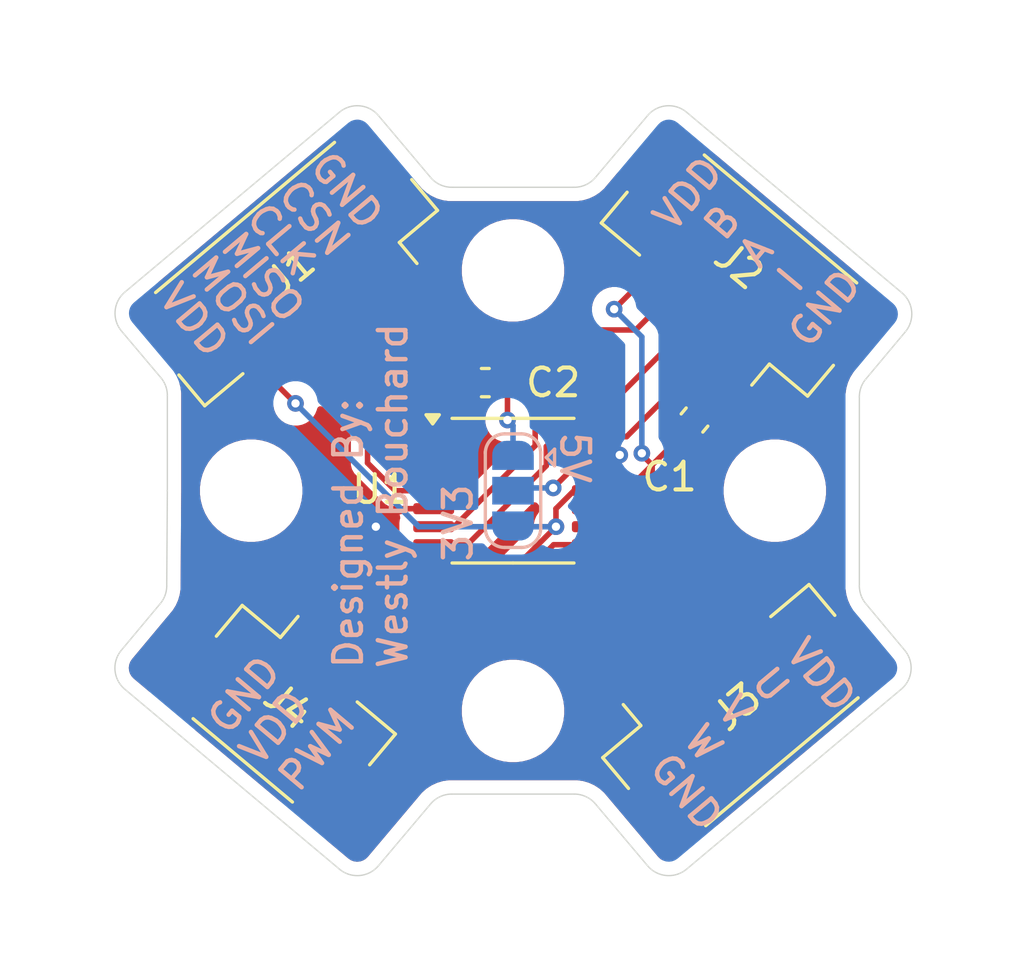
<source format=kicad_pcb>
(kicad_pcb (version 20241229) (generator "pcbnew") (generator_version "9.0")
  (layers (0 "F.Cu" signal) (2 "B.Cu" signal) (13 "F.Paste" user) (15 "B.Paste" user) (5 "F.SilkS" user "F.Silkscreen") (7 "B.SilkS" user "B.Silkscreen") (1 "F.Mask" user) (3 "B.Mask" user) (25 "Edge.Cuts" user))
  (net 0 "")
  (net 1 "GND")
  (net 2 "VDD")
  (net 3 "Net-(JP1-A)")
  (net 5 "Net-(J1-Pin_3)")
  (net 6 "Net-(J1-Pin_5)")
  (net 7 "Net-(J1-Pin_4)")
  (net 8 "Net-(J1-Pin_2)")
  (net 9 "Net-(J2-Pin_4)")
  (net 11 "Net-(J2-Pin_2)")
  (net 12 "Net-(J2-Pin_3)")
  (net 13 "Net-(J3-Pin_4)")
  (net 14 "Net-(J3-Pin_2)")
  (net 16 "Net-(J3-Pin_3)")
  (net 18 "Net-(JP1-C)")
  (footprint "Connector_JST:JST_GH_SM06B-GHS-TB_1x06-1MP_P1.25mm_Horizontal" (layer "F.Cu") (at 141.975 92.1 -140)
    (property "Reference" "J1" (at 0 0 220) (layer "F.SilkS"))
    (property "Value" "Conn_01x06_MountingPin")
    (fp_line (start 5.485 -0.26) (end 5.485 -1.71) (stroke (width 0.12)) (layer "F.SilkS"))
    (fp_line (start 5.485 -1.71) (end 3.685 -1.71) (stroke (width 0.12)) (layer "F.SilkS"))
    (fp_line (start -4.215 2.56) (end 4.215 2.56) (stroke (width 0.12)) (layer "F.SilkS"))
    (fp_line (start -3.685 -1.710001) (end -3.685 -2.7) (stroke (width 0.12)) (layer "F.SilkS"))
    (fp_line (start -5.485 -0.260001) (end -5.485 -1.71) (stroke (width 0.12)) (layer "F.SilkS"))
    (fp_line (start -5.485 -1.71) (end -3.685 -1.710001) (stroke (width 0.12)) (layer "F.SilkS"))
    (pad "1" smd roundrect (at -3.125 -1.85 220) (size 0.6 1.7) (layers "F.Cu" "F.Mask" "F.Paste") (net 1 "GND"))
    (pad "2" smd roundrect (at -1.875 -1.849999 220) (size 0.6 1.7) (layers "F.Cu" "F.Mask" "F.Paste") (net 8 "Net-(J1-Pin_2)"))
    (pad "3" smd roundrect (at -0.625 -1.85 220) (size 0.6 1.7) (layers "F.Cu" "F.Mask" "F.Paste") (net 5 "Net-(J1-Pin_3)"))
    (pad "4" smd roundrect (at 0.625 -1.849999 220) (size 0.6 1.7) (layers "F.Cu" "F.Mask" "F.Paste") (net 7 "Net-(J1-Pin_4)"))
    (pad "5" smd roundrect (at 1.875 -1.85 220) (size 0.6 1.7) (layers "F.Cu" "F.Mask" "F.Paste") (net 6 "Net-(J1-Pin_5)"))
    (pad "6" smd roundrect (at 3.125 -1.85 220) (size 0.6 1.7) (layers "F.Cu" "F.Mask" "F.Paste") (net 2 "VDD"))
    (pad "MP" smd roundrect (at -4.975 1.35 220) (size 1 2.7) (layers "F.Cu" "F.Mask" "F.Paste"))
    (pad "MP" smd roundrect (at 4.974999 1.35 220) (size 1 2.7) (layers "F.Cu" "F.Mask" "F.Paste"))
  )
  (footprint "Package_SO:TSSOP-14_4.4x5mm_P0.65mm" (layer "F.Cu") (at 150 100)
    (property "Reference" "U1" (at -4.8 -0.05 0) (layer "F.SilkS"))
    (property "Value" "AS5047P")
    (fp_line (start 0 -2.61) (end -2.2 -2.61) (stroke (width 0.12)) (layer "F.SilkS"))
    (fp_line (start 0 -2.61) (end 2.2 -2.61) (stroke (width 0.12)) (layer "F.SilkS"))
    (fp_line (start 0 2.61) (end -2.2 2.61) (stroke (width 0.12)) (layer "F.SilkS"))
    (fp_line (start 0 2.61) (end 2.2 2.61) (stroke (width 0.12)) (layer "F.SilkS"))
    (fp_poly (pts (xy -2.9 -2.41) (xy -3.14 -2.74) (xy -2.66 -2.74)) (stroke (width 0.12)) (fill yes) (layer "F.SilkS"))
    (pad "1" smd roundrect (at -2.8625 -1.95) (size 1.475 0.4) (layers "F.Cu" "F.Mask" "F.Paste") (net 8 "Net-(J1-Pin_2)"))
    (pad "2" smd roundrect (at -2.8625 -1.3) (size 1.475 0.4) (layers "F.Cu" "F.Mask" "F.Paste") (net 5 "Net-(J1-Pin_3)"))
    (pad "3" smd roundrect (at -2.8625 -0.65) (size 1.475 0.4) (layers "F.Cu" "F.Mask" "F.Paste") (net 7 "Net-(J1-Pin_4)"))
    (pad "4" smd roundrect (at -2.8625 0) (size 1.475 0.4) (layers "F.Cu" "F.Mask" "F.Paste") (net 6 "Net-(J1-Pin_5)"))
    (pad "5" smd roundrect (at -2.8625 0.65) (size 1.475 0.4) (layers "F.Cu" "F.Mask" "F.Paste") (net 1 "GND"))
    (pad "6" smd roundrect (at -2.8625 1.3) (size 1.475 0.4) (layers "F.Cu" "F.Mask" "F.Paste") (net 9 "Net-(J2-Pin_4)"))
    (pad "7" smd roundrect (at -2.8625 1.95) (size 1.475 0.4) (layers "F.Cu" "F.Mask" "F.Paste") (net 12 "Net-(J2-Pin_3)"))
    (pad "8" smd roundrect (at 2.8625 1.95) (size 1.475 0.4) (layers "F.Cu" "F.Mask" "F.Paste") (net 14 "Net-(J3-Pin_2)"))
    (pad "9" smd roundrect (at 2.8625 1.3) (size 1.475 0.4) (layers "F.Cu" "F.Mask" "F.Paste") (net 16 "Net-(J3-Pin_3)"))
    (pad "10" smd roundrect (at 2.8625 0.65) (size 1.475 0.4) (layers "F.Cu" "F.Mask" "F.Paste") (net 13 "Net-(J3-Pin_4)"))
    (pad "11" smd roundrect (at 2.8625 0) (size 1.475 0.4) (layers "F.Cu" "F.Mask" "F.Paste") (net 2 "VDD"))
    (pad "12" smd roundrect (at 2.8625 -0.65) (size 1.475 0.4) (layers "F.Cu" "F.Mask" "F.Paste") (net 18 "Net-(JP1-C)"))
    (pad "13" smd roundrect (at 2.8625 -1.3) (size 1.475 0.4) (layers "F.Cu" "F.Mask" "F.Paste") (net 1 "GND"))
    (pad "14" smd roundrect (at 2.8625 -1.95) (size 1.475 0.4) (layers "F.Cu" "F.Mask" "F.Paste") (net 11 "Net-(J2-Pin_2)"))
  )
  (footprint "Connector_JST:JST_GH_SM03B-GHS-TB_1x03-1MP_P1.25mm_Horizontal" (layer "F.Cu") (at 141.891836 107.771537 -40)
    (property "Reference" "J4" (at 0 0 320) (layer "F.SilkS"))
    (property "Value" "Conn_01x03_MountingPin")
    (fp_line (start -2.34 2.56) (end 2.34 2.56) (stroke (width 0.12)) (layer "F.SilkS"))
    (fp_line (start -3.61 -0.26) (end -3.61 -1.71) (stroke (width 0.12)) (layer "F.SilkS"))
    (fp_line (start -3.61 -1.71) (end -1.810001 -1.71) (stroke (width 0.12)) (layer "F.SilkS"))
    (fp_line (start -1.810001 -1.71) (end -1.81 -2.7) (stroke (width 0.12)) (layer "F.SilkS"))
    (fp_line (start 3.61 -0.26) (end 3.61 -1.71) (stroke (width 0.12)) (layer "F.SilkS"))
    (fp_line (start 3.61 -1.71) (end 1.81 -1.71) (stroke (width 0.12)) (layer "F.SilkS"))
    (pad "1" smd roundrect (at -1.25 -1.850001 320) (size 0.6 1.7) (layers "F.Cu" "F.Mask" "F.Paste") (net 1 "GND"))
    (pad "2" smd roundrect (at 0 -1.85 320) (size 0.6 1.7) (layers "F.Cu" "F.Mask" "F.Paste") (net 2 "VDD"))
    (pad "3" smd roundrect (at 1.25 -1.85 320) (size 0.6 1.7) (layers "F.Cu" "F.Mask" "F.Paste") (net 14 "Net-(J3-Pin_2)"))
    (pad "MP" smd roundrect (at -3.1 1.35 320) (size 1 2.7) (layers "F.Cu" "F.Mask" "F.Paste"))
    (pad "MP" smd roundrect (at 3.100001 1.35 320) (size 1 2.7) (layers "F.Cu" "F.Mask" "F.Paste"))
  )
  (footprint "Connector_JST:JST_GH_SM05B-GHS-TB_1x05-1MP_P1.25mm_Horizontal" (layer "F.Cu") (at 158.008165 92.153464 140)
    (property "Reference" "J2" (at 0.06186 0.30708 140) (layer "F.SilkS"))
    (property "Value" "Conn_01x05_MountingPin")
    (fp_line (start 4.86 -1.709999) (end 3.06 -1.71) (stroke (width 0.12)) (layer "F.SilkS"))
    (fp_line (start 4.86 -0.26) (end 4.86 -1.709999) (stroke (width 0.12)) (layer "F.SilkS"))
    (fp_line (start -3.06 -1.71) (end -3.06 -2.700001) (stroke (width 0.12)) (layer "F.SilkS"))
    (fp_line (start -4.86 -1.71) (end -3.06 -1.71) (stroke (width 0.12)) (layer "F.SilkS"))
    (fp_line (start -4.86 -0.26) (end -4.86 -1.71) (stroke (width 0.12)) (layer "F.SilkS"))
    (fp_line (start -3.59 2.560001) (end 3.59 2.56) (stroke (width 0.12)) (layer "F.SilkS"))
    (pad "1" smd roundrect (at -2.5 -1.850001 140) (size 0.6 1.7) (layers "F.Cu" "F.Mask" "F.Paste") (net 1 "GND"))
    (pad "2" smd roundrect (at -1.250001 -1.85 140) (size 0.6 1.7) (layers "F.Cu" "F.Mask" "F.Paste") (net 11 "Net-(J2-Pin_2)"))
    (pad "3" smd roundrect (at 0 -1.85 140) (size 0.6 1.7) (layers "F.Cu" "F.Mask" "F.Paste") (net 12 "Net-(J2-Pin_3)"))
    (pad "4" smd roundrect (at 1.25 -1.85 140) (size 0.6 1.7) (layers "F.Cu" "F.Mask" "F.Paste") (net 9 "Net-(J2-Pin_4)"))
    (pad "5" smd roundrect (at 2.499999 -1.85 140) (size 0.6 1.7) (layers "F.Cu" "F.Mask" "F.Paste") (net 2 "VDD"))
    (pad "MP" smd roundrect (at -4.35 1.35 140) (size 1 2.7) (layers "F.Cu" "F.Mask" "F.Paste"))
    (pad "MP" smd roundrect (at 4.35 1.35 140) (size 1 2.7) (layers "F.Cu" "F.Mask" "F.Paste"))
  )
  (footprint "MountingHole:MountingHole_3.2mm_M3" (layer "F.Cu") (at 140.55 100)
    (property "Reference" "H4" (hide yes))
    (property "Value" "MountingHole")
    (pad "" np_thru_hole circle (at 0 0) (size 3.2 3.2) (drill 3.2) (layers "*.Cu" "*.Mask"))
  )
  (footprint "MountingHole:MountingHole_3.2mm_M3" (layer "F.Cu") (at 150 92.05)
    (property "Reference" "H2" (hide yes))
    (property "Value" "MountingHole")
    (pad "" np_thru_hole circle (at 0 0) (size 3.2 3.2) (drill 3.2) (layers "*.Cu" "*.Mask"))
  )
  (footprint "Connector_JST:JST_GH_SM05B-GHS-TB_1x05-1MP_P1.25mm_Horizontal" (layer "F.Cu") (at 158.058165 107.821536 40)
    (property "Reference" "J3" (at 0.026739 -0.005676 40) (layer "F.SilkS"))
    (property "Value" "Conn_01x05_MountingPin")
    (fp_line (start -4.86 -1.71) (end -3.06 -1.71) (stroke (width 0.12)) (layer "F.SilkS"))
    (fp_line (start -4.86 -0.26) (end -4.86 -1.71) (stroke (width 0.12)) (layer "F.SilkS"))
    (fp_line (start -3.06 -1.71) (end -3.06 -2.7) (stroke (width 0.12)) (layer "F.SilkS"))
    (fp_line (start -3.59 2.56) (end 3.59 2.56) (stroke (width 0.12)) (layer "F.SilkS"))
    (fp_line (start 4.86 -1.71) (end 3.06 -1.71) (stroke (width 0.12)) (layer "F.SilkS"))
    (fp_line (start 4.86 -0.26) (end 4.86 -1.71) (stroke (width 0.12)) (layer "F.SilkS"))
    (pad "1" smd roundrect (at -2.5 -1.85 40) (size 0.6 1.7) (layers "F.Cu" "F.Mask" "F.Paste") (net 1 "GND"))
    (pad "2" smd roundrect (at -1.25 -1.85 40) (size 0.6 1.7) (layers "F.Cu" "F.Mask" "F.Paste") (net 14 "Net-(J3-Pin_2)"))
    (pad "3" smd roundrect (at 0 -1.85 40) (size 0.6 1.7) (layers "F.Cu" "F.Mask" "F.Paste") (net 16 "Net-(J3-Pin_3)"))
    (pad "4" smd roundrect (at 1.25 -1.850001 40) (size 0.6 1.7) (layers "F.Cu" "F.Mask" "F.Paste") (net 13 "Net-(J3-Pin_4)"))
    (pad "5" smd roundrect (at 2.5 -1.85 40) (size 0.6 1.7) (layers "F.Cu" "F.Mask" "F.Paste") (net 2 "VDD"))
    (pad "MP" smd roundrect (at -4.35 1.35 40) (size 1 2.7) (layers "F.Cu" "F.Mask" "F.Paste"))
    (pad "MP" smd roundrect (at 4.35 1.35 40) (size 1 2.7) (layers "F.Cu" "F.Mask" "F.Paste"))
  )
  (footprint "Capacitor_SMD:C_0603_1608Metric" (layer "F.Cu") (at 156.55 97.45 50)
    (property "Reference" "C1" (at -2.1489 0.628275 0) (layer "F.SilkS"))
    (property "Value" "100nF")
    (fp_line (start -0.14058 -0.51) (end 0.14058 -0.509999) (stroke (width 0.12)) (layer "F.SilkS"))
    (fp_line (start -0.14058 0.509999) (end 0.14058 0.51) (stroke (width 0.12)) (layer "F.SilkS"))
    (pad "1" smd roundrect (at -0.774999 0 50) (size 0.9 0.95) (layers "F.Cu" "F.Mask" "F.Paste") (net 2 "VDD"))
    (pad "2" smd roundrect (at 0.774999 0 50) (size 0.9 0.95) (layers "F.Cu" "F.Mask" "F.Paste") (net 1 "GND"))
  )
  (footprint "Capacitor_SMD:C_0603_1608Metric" (layer "F.Cu") (at 149 96.1 180)
    (property "Reference" "C2" (at -2.45 0 180) (layer "F.SilkS"))
    (property "Value" "1uF")
    (fp_line (start -0.14058 0.51) (end 0.14058 0.51) (stroke (width 0.12)) (layer "F.SilkS"))
    (fp_line (start -0.14058 -0.51) (end 0.14058 -0.51) (stroke (width 0.12)) (layer "F.SilkS"))
    (pad "1" smd roundrect (at -0.775 0 180) (size 0.9 0.95) (layers "F.Cu" "F.Mask" "F.Paste") (net 3 "Net-(JP1-A)"))
    (pad "2" smd roundrect (at 0.775 0 180) (size 0.9 0.95) (layers "F.Cu" "F.Mask" "F.Paste") (net 1 "GND"))
  )
  (footprint "MountingHole:MountingHole_3.2mm_M3" (layer "F.Cu") (at 150 107.95)
    (property "Reference" "H1" (hide yes))
    (property "Value" "MountingHole")
    (pad "" np_thru_hole circle (at 0 0) (size 3.2 3.2) (drill 3.2) (layers "*.Cu" "*.Mask"))
  )
  (footprint "MountingHole:MountingHole_3.2mm_M3" (layer "F.Cu") (at 159.45 100)
    (property "Reference" "H3" (hide yes))
    (property "Value" "MountingHole")
    (pad "" np_thru_hole circle (at 0 0) (size 3.2 3.2) (drill 3.2) (layers "*.Cu" "*.Mask"))
  )
  (footprint "Jumper:SolderJumper-3_P1.3mm_Open_RoundedPad1.0x1.5mm" (layer "B.Cu") (at 150 100 -90)
    (property "Reference" "JP1" (hide yes))
    (property "Value" "SolderJumper_3_Bridged12")
    (fp_line (start -1.4 1) (end 1.4 1) (stroke (width 0.12)) (layer "B.SilkS"))
    (fp_line (start 2.05 0.3) (end 2.05 -0.3) (stroke (width 0.12)) (layer "B.SilkS"))
    (fp_line (start -2.05 -0.3) (end -2.05 0.3) (stroke (width 0.12)) (layer "B.SilkS"))
    (fp_line (start 1.4 -1) (end -1.4 -1) (stroke (width 0.12)) (layer "B.SilkS"))
    (fp_line (start -1.2 -1.2) (end -1.5 -1.5) (stroke (width 0.12)) (layer "B.SilkS"))
    (fp_line (start -1.2 -1.2) (end -0.9 -1.5) (stroke (width 0.12)) (layer "B.SilkS"))
    (fp_line (start -1.5 -1.5) (end -0.9 -1.5) (stroke (width 0.12)) (layer "B.SilkS"))
    (fp_arc (start -1.35 1) (mid -1.844975 0.794975) (end -2.05 0.3) (stroke (width 0.12)) (layer "B.SilkS"))
    (fp_arc (start 2.05 0.3) (mid 1.844975 0.794975) (end 1.35 1) (stroke (width 0.12)) (layer "B.SilkS"))
    (fp_arc (start -2.05 -0.3) (mid -1.844975 -0.794975) (end -1.35 -1) (stroke (width 0.12)) (layer "B.SilkS"))
    (fp_arc (start 1.35 -1) (mid 1.844975 -0.794975) (end 2.05 -0.3) (stroke (width 0.12)) (layer "B.SilkS"))
    (pad "1" smd custom (at -1.3 0 270) (size 1 0.5) (layers "B.Cu" "B.Mask") (net 3 "Net-(JP1-A)") (options (clearance outline) (anchor rect)) (primitives (gr_circle (center 0 -0.25) (end 0.5 -0.25) (width 0) (fill yes)) (gr_circle (center 0 0.25) (end 0.5 0.25) (width 0) (fill yes)) (gr_poly (pts (xy 0.55 -0.75) (xy 0 -0.75) (xy 0 0.75) (xy 0.55 0.75)) (width 0) (fill yes))))
    (pad "2" smd rect (at 0 0 270) (size 1 1.5) (layers "B.Cu" "B.Mask") (net 18 "Net-(JP1-C)"))
    (pad "3" smd custom (at 1.3 0 270) (size 1 0.5) (layers "B.Cu" "B.Mask") (net 2 "VDD") (options (clearance outline) (anchor rect)) (primitives (gr_circle (center 0 -0.25) (end 0.5 -0.25) (width 0) (fill yes)) (gr_circle (center 0 0.25) (end 0.5 0.25) (width 0) (fill yes)) (gr_poly (pts (xy 0 -0.75) (xy -0.55 -0.75) (xy -0.55 0.75) (xy 0 0.75)) (width 0) (fill yes))))
  )
  (gr_line (start 137.502361 103.441165) (end 137.524978 100.00329) (stroke (width 0.05)) (layer "Edge.Cuts"))
  (gr_arc (start 147.789817 89.05) (mid 147.368305 88.956831) (end 147.02535 88.694663) (stroke (width 0.05)) (layer "Edge.Cuts"))
  (gr_line (start 164.010181 107.166128) (end 156.26411 113.659466) (stroke (width 0.05)) (layer "Edge.Cuts"))
  (gr_line (start 137.289184 95.920609) (end 135.872179 94.241766) (stroke (width 0.05)) (layer "Edge.Cuts"))
  (gr_arc (start 156.26411 113.659466) (mid 155.535519 113.889383) (end 154.857226 113.537772) (stroke (width 0.05)) (layer "Edge.Cuts"))
  (gr_arc (start 152.97465 88.694663) (mid 152.63169 88.956825) (end 152.210183 89.05) (stroke (width 0.05)) (layer "Edge.Cuts"))
  (gr_line (start 147.789817 89.05) (end 152.210183 89.05) (stroke (width 0.05)) (layer "Edge.Cuts"))
  (gr_arc (start 143.73589 86.340534) (mid 144.464484 86.11061) (end 145.142774 86.462228) (stroke (width 0.05)) (layer "Edge.Cuts"))
  (gr_line (start 152.97465 88.694663) (end 154.857062 86.462422) (stroke (width 0.05)) (layer "Edge.Cuts"))
  (gr_line (start 152.210183 110.95) (end 147.789817 110.95) (stroke (width 0.05)) (layer "Edge.Cuts"))
  (gr_line (start 145.142774 86.462228) (end 147.02535 88.694663) (stroke (width 0.05)) (layer "Edge.Cuts"))
  (gr_arc (start 164.135409 105.758896) (mid 164.363829 106.488411) (end 164.010181 107.166128) (stroke (width 0.05)) (layer "Edge.Cuts"))
  (gr_arc (start 135.872179 94.241766) (mid 135.640096 93.510822) (end 135.993945 92.830412) (stroke (width 0.05)) (layer "Edge.Cuts"))
  (gr_arc (start 152.210183 110.95) (mid 152.631695 111.043169) (end 152.97465 111.305337) (stroke (width 0.05)) (layer "Edge.Cuts"))
  (gr_line (start 137.525 99.996711) (end 137.525 96.565608) (stroke (width 0.05)) (layer "Edge.Cuts"))
  (gr_line (start 154.857226 113.537772) (end 152.97465 111.305337) (stroke (width 0.05)) (layer "Edge.Cuts"))
  (gr_line (start 143.73589 113.659466) (end 135.989819 107.166128) (stroke (width 0.05)) (layer "Edge.Cuts"))
  (gr_arc (start 137.525 99.996711) (mid 137.524994 100.000001) (end 137.524978 100.00329) (stroke (width 0.05)) (layer "Edge.Cuts"))
  (gr_arc (start 135.989819 107.166128) (mid 135.636178 106.488417) (end 135.864591 105.758896) (stroke (width 0.05)) (layer "Edge.Cuts"))
  (gr_line (start 164.159329 94.26602) (end 162.732923 95.971505) (stroke (width 0.05)) (layer "Edge.Cuts"))
  (gr_arc (start 137.502361 103.441165) (mid 137.441374 103.778526) (end 137.270026 104.075463) (stroke (width 0.05)) (layer "Edge.Cuts"))
  (gr_line (start 156.264142 86.340893) (end 164.034864 92.858273) (stroke (width 0.05)) (layer "Edge.Cuts"))
  (gr_arc (start 145.142774 113.537772) (mid 144.464484 113.889389) (end 143.73589 113.659466) (stroke (width 0.05)) (layer "Edge.Cuts"))
  (gr_arc (start 162.5 96.61306) (mid 162.560033 96.271795) (end 162.732923 95.971505) (stroke (width 0.05)) (layer "Edge.Cuts"))
  (gr_arc (start 162.732356 104.078317) (mid 162.559882 103.778289) (end 162.5 103.43744) (stroke (width 0.05)) (layer "Edge.Cuts"))
  (gr_arc (start 147.02535 111.305337) (mid 147.36831 111.043175) (end 147.789817 110.95) (stroke (width 0.05)) (layer "Edge.Cuts"))
  (gr_line (start 147.02535 111.305337) (end 145.142774 113.537772) (stroke (width 0.05)) (layer "Edge.Cuts"))
  (gr_arc (start 154.857062 86.462422) (mid 155.53548 86.110794) (end 156.264142 86.340893) (stroke (width 0.05)) (layer "Edge.Cuts"))
  (gr_line (start 162.732356 104.078317) (end 164.135409 105.758896) (stroke (width 0.05)) (layer "Edge.Cuts"))
  (gr_line (start 162.5 96.61306) (end 162.5 103.43744) (stroke (width 0.05)) (layer "Edge.Cuts"))
  (gr_arc (start 137.289184 95.920609) (mid 137.464195 96.222231) (end 137.525 96.565608) (stroke (width 0.05)) (layer "Edge.Cuts"))
  (gr_line (start 135.864591 105.758896) (end 137.270026 104.075463) (stroke (width 0.05)) (layer "Edge.Cuts"))
  (gr_arc (start 164.034864 92.858273) (mid 164.388366 93.536394) (end 164.159329 94.26602) (stroke (width 0.05)) (layer "Edge.Cuts"))
  (gr_line (start 135.993945 92.830412) (end 143.73589 86.340534) (stroke (width 0.05)) (layer "Edge.Cuts"))
  (gr_text "VDD" (at 137.05 93.05 -50) (layer "B.SilkS") (effects (font (size 1 1) (thickness 0.16)) (justify left bottom)))
  (gr_text "MOSI" (at 138.2 92.05 310) (layer "B.SilkS") (effects (font (size 1 1) (thickness 0.16)) (justify left bottom)))
  (gr_text "PWM" (at 142.25 111.05 50) (layer "B.SilkS") (effects (font (size 1 1) (thickness 0.16)) (justify left bottom)))
  (gr_text "3V3" (at 148.6 102.65 90) (layer "B.SilkS") (effects (font (size 1 1) (thickness 0.16)) (justify left bottom)))
  (gr_text "GND" (at 142.5 88.3 -50) (layer "B.SilkS") (effects (font (size 1 1) (thickness 0.16)) (justify left bottom)))
  (gr_text "VDD\nU\nV\nW\nGND" (at 154.75 110 -50) (layer "B.SilkS") (effects (font (size 1 1) (thickness 0.16)) (justify left bottom)))
  (gr_text "5V" (at 151.65 97.8 -90) (layer "B.SilkS") (effects (font (size 1 1) (thickness 0.16)) (justify left bottom)))
  (gr_text "CLK" (at 140.2 90.15 310) (layer "B.SilkS") (effects (font (size 1 1) (thickness 0.16)) (justify left bottom)))
  (gr_text "Designed By:\nWestly Bouchard" (at 146.25 106.5 90) (layer "B.SilkS") (effects (font (size 1 1) (thickness 0.16)) (justify left bottom)))
  (gr_text "GND" (at 139.7 109 50) (layer "B.SilkS") (effects (font (size 1 1) (thickness 0.16)) (justify left bottom)))
  (gr_text "MISO" (at 139.283164 91.2 310) (layer "B.SilkS") (effects (font (size 1 1) (thickness 0.16)) (justify left bottom)))
  (gr_text "CSN" (at 141.35 89.3 310) (layer "B.SilkS") (effects (font (size 1 1) (thickness 0.16)) (justify left bottom)))
  (gr_text "VDD\nB\nA\nI\nGND" (at 161.7 93.8 50) (layer "B.SilkS") (effects (font (size 1 1) (thickness 0.16)) (justify bottom)))
  (gr_text "VDD" (at 140.85 110.1 50) (layer "B.SilkS") (effects (font (size 1 1) (thickness 0.16)) (justify left bottom)))
  (segment (start 152.8625 98.7) (end 153.840996 98.7) (width 0.2) (layer "F.Cu") (net 1))
  (segment (start 145.7 100.65) (end 145.05 101.3) (width 0.2) (layer "F.Cu") (net 1))
  (segment (start 147.1375 100.65) (end 145.7 100.65) (width 0.2) (layer "F.Cu") (net 1))
  (segment (start 153.840996 98.7) (end 153.852354 98.711358) (width 0.2) (layer "F.Cu") (net 1))
  (via (at 153.852354 98.711358) (size 0.6) (drill 0.3) (layers "F.Cu" "B.Cu") (net 1))
  (via (at 145.05 101.3) (size 0.6) (drill 0.3) (layers "F.Cu" "B.Cu") (net 1))
  (segment (start 152.2 100) (end 151.55 100.65) (width 0.2) (layer "F.Cu") (net 2))
  (segment (start 154.65 98.7) (end 155.022762 99.072762) (width 0.2) (layer "F.Cu") (net 2))
  (segment (start 154.903897 92.196103) (end 153.65 93.45) (width 0.2) (layer "F.Cu") (net 2))
  (segment (start 152.8625 100) (end 152.2 100) (width 0.2) (layer "F.Cu") (net 2))
  (segment (start 155.022762 100.972762) (end 155.022762 99.072762) (width 0.2) (layer "F.Cu") (net 2))
  (segment (start 152.8625 100) (end 154.095524 100) (width 0.2) (layer "F.Cu") (net 2))
  (segment (start 140.770268 95.525894) (end 140.825894 95.525894) (width 0.2) (layer "F.Cu") (net 2))
  (segment (start 143.080993 106.354355) (end 145.635348 103.8) (width 0.2) (layer "F.Cu") (net 2))
  (segment (start 151.55 100.65) (end 151.55 101.3) (width 0.2) (layer "F.Cu") (net 2))
  (segment (start 154.65 98.65) (end 154.65 98.7) (width 0.2) (layer "F.Cu") (net 2))
  (segment (start 158.784119 104.797385) (end 158.784119 104.734119) (width 0.2) (layer "F.Cu") (net 2))
  (segment (start 154.095524 100) (end 155.022762 99.072762) (width 0.2) (layer "F.Cu") (net 2))
  (segment (start 149.05 103.8) (end 151.55 101.3) (width 0.2) (layer "F.Cu") (net 2))
  (segment (start 154.903897 91.963678) (end 154.903897 92.196103) (width 0.2) (layer "F.Cu") (net 2))
  (segment (start 145.635348 103.8) (end 149.05 103.8) (width 0.2) (layer "F.Cu") (net 2))
  (segment (start 155.022762 99.072762) (end 156.05184 98.043684) (width 0.2) (layer "F.Cu") (net 2))
  (segment (start 158.784119 104.734119) (end 155.022762 100.972762) (width 0.2) (layer "F.Cu") (net 2))
  (segment (start 140.825894 95.525894) (end 142.15 96.85) (width 0.2) (layer "F.Cu") (net 2))
  (via (at 154.65 98.65) (size 0.6) (drill 0.3) (layers "F.Cu" "B.Cu") (net 2))
  (via (at 151.55 101.3) (size 0.6) (drill 0.3) (layers "F.Cu" "B.Cu") (net 2))
  (via (at 142.15 96.85) (size 0.6) (drill 0.3) (layers "F.Cu" "B.Cu") (net 2))
  (via (at 153.65 93.45) (size 0.6) (drill 0.3) (layers "F.Cu" "B.Cu") (net 2))
  (segment (start 154.65 94.45) (end 154.65 98.65) (width 0.2) (layer "B.Cu") (net 2))
  (segment (start 142.15 96.85) (end 146.6 101.3) (width 0.2) (layer "B.Cu") (net 2))
  (segment (start 153.65 93.45) (end 154.65 94.45) (width 0.2) (layer "B.Cu") (net 2))
  (segment (start 146.6 101.3) (end 150 101.3) (width 0.2) (layer "B.Cu") (net 2))
  (segment (start 151.55 101.3) (end 150 101.3) (width 0.2) (layer "B.Cu") (net 2))
  (segment (start 149.8 97.45) (end 149.8 96.125) (width 0.2) (layer "F.Cu") (net 3))
  (segment (start 149.8 96.125) (end 149.775 96.1) (width 0.2) (layer "F.Cu") (net 3))
  (via (at 149.8 97.45) (size 0.6) (drill 0.3) (layers "F.Cu" "B.Cu") (net 3))
  (segment (start 150 97.65) (end 149.8 97.45) (width 0.2) (layer "B.Cu") (net 3))
  (segment (start 150 98.7) (end 150 97.65) (width 0.2) (layer "B.Cu") (net 3))
  (segment (start 143.642935 93.11544) (end 145.65 95.122505) (width 0.2) (layer "F.Cu") (net 5))
  (segment (start 145.65 95.122505) (end 145.65 97.949999) (width 0.2) (layer "F.Cu") (net 5))
  (segment (start 145.65 97.949999) (end 146.400001 98.7) (width 0.2) (layer "F.Cu") (net 5))
  (segment (start 146.400001 98.7) (end 147.1375 98.7) (width 0.2) (layer "F.Cu") (net 5))
  (segment (start 141.727824 94.722409) (end 141.727824 94.727824) (width 0.2) (layer "F.Cu") (net 6))
  (segment (start 144.75 99) (end 145.75 100) (width 0.2) (layer "F.Cu") (net 6))
  (segment (start 141.727824 94.727824) (end 144.75 97.75) (width 0.2) (layer "F.Cu") (net 6))
  (segment (start 144.75 97.75) (end 144.75 99) (width 0.2) (layer "F.Cu") (net 6))
  (segment (start 145.75 100) (end 147.1375 100) (width 0.2) (layer "F.Cu") (net 6))
  (segment (start 145.95 99.35) (end 147.1375 99.35) (width 0.2) (layer "F.Cu") (net 7))
  (segment (start 145.2 96.433545) (end 145.2 98.6) (width 0.2) (layer "F.Cu") (net 7))
  (segment (start 145.2 98.6) (end 145.95 99.35) (width 0.2) (layer "F.Cu") (net 7))
  (segment (start 142.685379 93.918924) (end 145.2 96.433545) (width 0.2) (layer "F.Cu") (net 7))
  (segment (start 147.1375 94.848965) (end 147.1375 98.05) (width 0.2) (layer "F.Cu") (net 8))
  (segment (start 144.60049 92.311955) (end 147.1375 94.848965) (width 0.2) (layer "F.Cu") (net 8))
  (segment (start 150.8 98.374999) (end 147.874999 101.3) (width 0.2) (layer "F.Cu") (net 9))
  (segment (start 152.7 94.2) (end 150.8 96.1) (width 0.2) (layer "F.Cu") (net 9))
  (segment (start 154.428614 94.2) (end 152.7 94.2) (width 0.2) (layer "F.Cu") (net 9))
  (segment (start 147.874999 101.3) (end 147.1375 101.3) (width 0.2) (layer "F.Cu") (net 9))
  (segment (start 155.861452 92.767162) (end 154.428614 94.2) (width 0.2) (layer "F.Cu") (net 9))
  (segment (start 150.8 96.1) (end 150.8 98.374999) (width 0.2) (layer "F.Cu") (net 9))
  (segment (start 154.100695 98.05) (end 152.8625 98.05) (width 0.2) (layer "F.Cu") (net 11))
  (segment (start 157.776564 94.374131) (end 154.100695 98.05) (width 0.2) (layer "F.Cu") (net 11))
  (segment (start 156.819008 93.580992) (end 153.3 97.1) (width 0.2) (layer "F.Cu") (net 12))
  (segment (start 151.201 98.40413) (end 151.201 99.099) (width 0.2) (layer "F.Cu") (net 12))
  (segment (start 148.35 101.95) (end 147.1375 101.95) (width 0.2) (layer "F.Cu") (net 12))
  (segment (start 151.201 99.099) (end 148.35 101.95) (width 0.2) (layer "F.Cu") (net 12))
  (segment (start 153.3 97.1) (end 152.50513 97.1) (width 0.2) (layer "F.Cu") (net 12))
  (segment (start 152.50513 97.1) (end 151.201 98.40413) (width 0.2) (layer "F.Cu") (net 12))
  (segment (start 156.819008 93.570646) (end 156.819008 93.580992) (width 0.2) (layer "F.Cu") (net 12))
  (segment (start 153.7171 100.65) (end 152.8625 100.65) (width 0.2) (layer "F.Cu") (net 13))
  (segment (start 157.826563 104.759463) (end 153.7171 100.65) (width 0.2) (layer "F.Cu") (net 13))
  (segment (start 157.826563 105.600869) (end 157.826563 104.759463) (width 0.2) (layer "F.Cu") (net 13))
  (segment (start 155.911452 107.207838) (end 152.8625 104.158886) (width 0.2) (layer "F.Cu") (net 14))
  (segment (start 146.259261 107.157839) (end 151.4671 101.95) (width 0.2) (layer "F.Cu") (net 14))
  (segment (start 144.038549 107.157839) (end 146.259261 107.157839) (width 0.2) (layer "F.Cu") (net 14))
  (segment (start 151.4671 101.95) (end 152.8625 101.95) (width 0.2) (layer "F.Cu") (net 14))
  (segment (start 152.8625 104.158886) (end 152.8625 101.95) (width 0.2) (layer "F.Cu") (net 14))
  (segment (start 155.5 103) (end 153.8 101.3) (width 0.2) (layer "F.Cu") (net 16))
  (segment (start 153.8 101.3) (end 152.8625 101.3) (width 0.2) (layer "F.Cu") (net 16))
  (segment (start 155.5 105.035346) (end 155.5 103) (width 0.2) (layer "F.Cu") (net 16))
  (segment (start 156.869008 106.404354) (end 155.5 105.035346) (width 0.2) (layer "F.Cu") (net 16))
  (segment (start 152.00147 99.35) (end 151.450735 99.900735) (width 0.2) (layer "F.Cu") (net 18))
  (segment (start 152.8625 99.35) (end 152.00147 99.35) (width 0.2) (layer "F.Cu") (net 18))
  (via (at 151.450735 99.900735) (size 0.6) (drill 0.3) (layers "F.Cu" "B.Cu") (net 18))
  (segment (start 150.099265 99.900735) (end 150 100) (width 0.2) (layer "B.Cu") (net 18))
  (segment (start 151.450735 99.900735) (end 150.099265 99.900735) (width 0.2) (layer "B.Cu") (net 18))
  (zone (net 1) (net_name "GND") (layers "F.Cu" "B.Cu") (connect_pads (clearance 0.5)) (min_thickness 0.25) (fill yes (thermal_gap 0.5) (thermal_bridge_width 0.5))
    (polygon (pts (xy 135.35 93.5) (xy 144.5 85.8) (xy 155.9 85.8) (xy 164.85 93.45) (xy 164.85 106.65) (xy 155.3 114.65) (xy 144 114.4) (xy 135 106.6)))
  )
)
</source>
